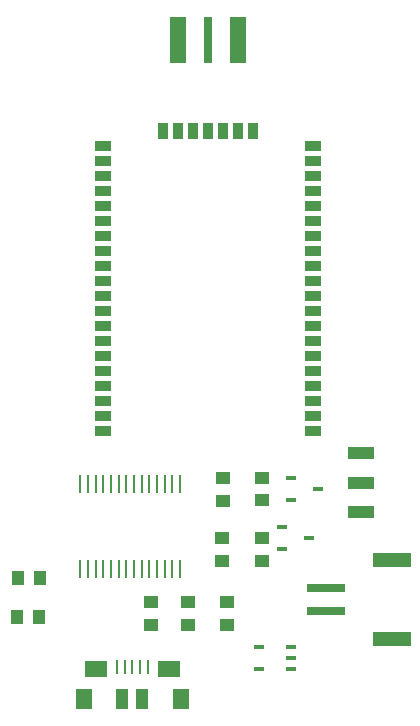
<source format=gbr>
G04 DipTrace 3.0.0.1*
G04 TopPaste.gbr*
%MOIN*%
G04 #@! TF.FileFunction,Paste,Top*
G04 #@! TF.Part,Single*
%ADD54R,0.007874X0.062992*%
%ADD56R,0.125984X0.051181*%
%ADD58R,0.129921X0.031496*%
%ADD60R,0.035433X0.015748*%
%ADD62R,0.025591X0.151969*%
%ADD64R,0.051969X0.151969*%
%ADD66R,0.03189X0.052126*%
%ADD68R,0.052126X0.03189*%
%ADD70R,0.090551X0.03937*%
%ADD72R,0.033465X0.017717*%
%ADD78R,0.03937X0.066929*%
%ADD80R,0.055118X0.066929*%
%ADD82R,0.074803X0.055118*%
%ADD84R,0.007874X0.045276*%
%ADD86R,0.043307X0.051181*%
%ADD88R,0.051181X0.043307*%
%FSLAX26Y26*%
G04*
G70*
G90*
G75*
G01*
G04 TopPaste*
%LPD*%
D88*
X895670Y707481D3*
Y782284D3*
X1021701Y782701D3*
Y707898D3*
X1151701Y782701D3*
Y707898D3*
D86*
X528701Y863701D3*
X453898D3*
X523701Y733701D3*
X448898D3*
D88*
X1133625Y920735D3*
Y995538D3*
X1137124Y1121916D3*
Y1196719D3*
D84*
X885675Y566701D3*
X860084D3*
X834494D3*
X808903D3*
X783313D3*
D82*
X956541Y561780D3*
X712446D3*
D80*
X995911Y461386D3*
X673076D3*
D78*
X867958D3*
X801029D3*
D72*
X1333858Y1033465D3*
Y958662D3*
X1424410Y996063D3*
X1363239Y1197244D3*
Y1122441D3*
X1453790Y1159843D3*
D88*
X1265864Y1122179D3*
Y1196982D3*
X1265777Y921260D3*
Y996063D3*
D70*
X1597769Y1083334D3*
Y1181759D3*
Y1280184D3*
D68*
X1437677Y1354725D3*
Y1404725D3*
Y1454725D3*
Y1504725D3*
Y1554725D3*
Y1604725D3*
Y1654725D3*
Y1704725D3*
Y1754725D3*
Y1804725D3*
Y1854725D3*
Y1904725D3*
Y1954725D3*
Y2004725D3*
Y2054725D3*
Y2104725D3*
Y2154725D3*
Y2204725D3*
Y2254725D3*
Y2304725D3*
D66*
X1237677Y2354725D3*
X1187677D3*
X1137677D3*
X1087677D3*
X1037677D3*
X987677D3*
X937677D3*
D68*
X737677Y2304725D3*
Y2254725D3*
Y2204725D3*
Y2154725D3*
Y2104725D3*
Y2054725D3*
Y2004725D3*
Y1954725D3*
Y1904725D3*
Y1854725D3*
Y1804725D3*
Y1754725D3*
Y1704725D3*
Y1654725D3*
Y1604725D3*
Y1554725D3*
Y1504725D3*
Y1454725D3*
Y1404725D3*
Y1354725D3*
D64*
X987677Y2655774D3*
D62*
X1087677Y2655381D3*
D64*
X1187284D3*
D60*
X1362205Y559318D3*
Y596719D3*
Y634121D3*
X1255906D3*
Y559318D3*
D58*
X1480578Y752756D3*
Y831496D3*
D56*
X1698971Y660307D3*
Y924087D3*
D54*
X994226Y1176641D3*
X968635D3*
X943045D3*
X917454D3*
X891864D3*
X866273D3*
X840683D3*
X815092D3*
X789502D3*
X763911D3*
X738320D3*
X712730D3*
X687139D3*
X661549D3*
Y893168D3*
X687139Y893176D3*
X712730D3*
X738320D3*
X763911D3*
X789502D3*
X815092D3*
X840683D3*
X866273D3*
X891864D3*
X917454D3*
X943045D3*
X968635D3*
X994226D3*
M02*

</source>
